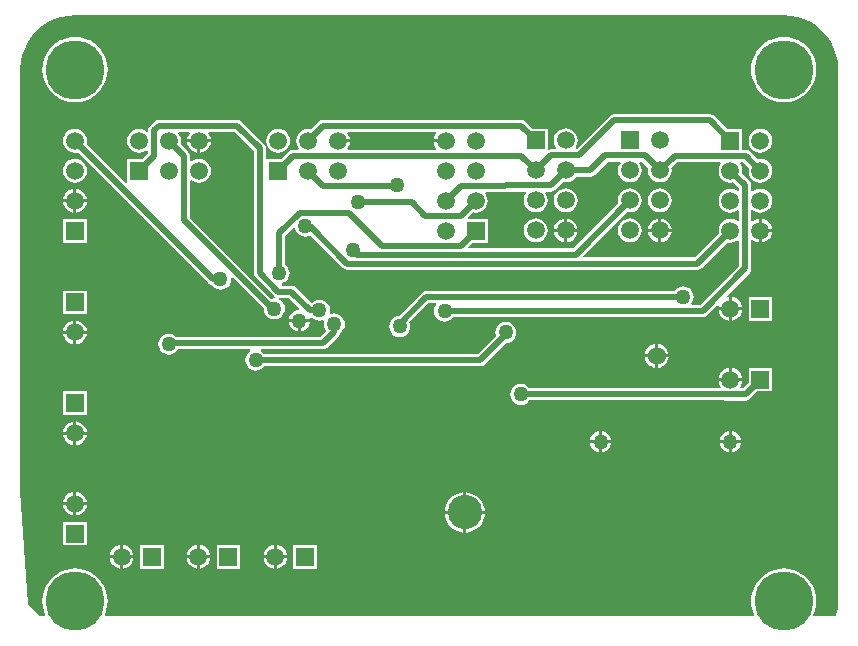
<source format=gbl>
G04 Layer_Physical_Order=2*
G04 Layer_Color=16711680*
%FSLAX24Y24*%
%MOIN*%
G70*
G01*
G75*
%ADD14C,0.0600*%
%ADD22C,0.0200*%
%ADD23R,0.0591X0.0591*%
%ADD24C,0.0591*%
%ADD25R,0.0591X0.0591*%
%ADD26C,0.1969*%
%ADD27C,0.0500*%
%ADD28C,0.1140*%
G36*
X23859Y19518D02*
X24092Y19472D01*
X24318Y19396D01*
X24531Y19290D01*
X24728Y19158D01*
X24907Y19002D01*
X25064Y18823D01*
X25196Y18625D01*
X25301Y18412D01*
X25378Y18187D01*
X25424Y17954D01*
X25439Y17723D01*
X25438Y17717D01*
Y0D01*
X25439Y-7D01*
X25424Y-237D01*
X25378Y-470D01*
X25370Y-492D01*
X24637D01*
X24609Y-451D01*
X24656Y-336D01*
X24696Y-170D01*
X24710Y0D01*
X24696Y170D01*
X24656Y336D01*
X24591Y494D01*
X24502Y639D01*
X24391Y769D01*
X24261Y880D01*
X24116Y969D01*
X23958Y1034D01*
X23792Y1074D01*
X23622Y1088D01*
X23452Y1074D01*
X23286Y1034D01*
X23128Y969D01*
X22983Y880D01*
X22853Y769D01*
X22742Y639D01*
X22653Y494D01*
X22588Y336D01*
X22548Y170D01*
X22534Y0D01*
X22548Y-170D01*
X22588Y-336D01*
X22635Y-451D01*
X22607Y-492D01*
X1015D01*
X987Y-451D01*
X1034Y-336D01*
X1074Y-170D01*
X1088Y0D01*
X1074Y170D01*
X1034Y336D01*
X969Y494D01*
X880Y639D01*
X769Y769D01*
X639Y880D01*
X494Y969D01*
X336Y1034D01*
X170Y1074D01*
X0Y1088D01*
X-170Y1074D01*
X-336Y1034D01*
X-494Y969D01*
X-639Y880D01*
X-769Y769D01*
X-880Y639D01*
X-969Y494D01*
X-1034Y336D01*
X-1074Y170D01*
X-1088Y0D01*
X-1074Y-170D01*
X-1034Y-336D01*
X-987Y-451D01*
X-1015Y-492D01*
X-1181D01*
X-1575Y-98D01*
X-1816Y3685D01*
Y17717D01*
X-1817Y17723D01*
X-1802Y17954D01*
X-1755Y18187D01*
X-1679Y18412D01*
X-1574Y18625D01*
X-1442Y18823D01*
X-1285Y19002D01*
X-1106Y19158D01*
X-909Y19290D01*
X-695Y19396D01*
X-470Y19472D01*
X-237Y19518D01*
X-7Y19533D01*
X0Y19532D01*
X23622D01*
X23629Y19533D01*
X23859Y19518D01*
D02*
G37*
%LPC*%
G36*
X22197Y5265D02*
X21900D01*
Y4969D01*
X21942Y4974D01*
X22027Y5009D01*
X22100Y5065D01*
X22156Y5138D01*
X22191Y5224D01*
X22197Y5265D01*
D02*
G37*
G36*
X21800D02*
X21504D01*
X21509Y5224D01*
X21545Y5138D01*
X21601Y5065D01*
X21674Y5009D01*
X21759Y4974D01*
X21800Y4969D01*
Y5265D01*
D02*
G37*
G36*
X-50Y5544D02*
X-392D01*
X-385Y5491D01*
X-345Y5395D01*
X-282Y5313D01*
X-199Y5249D01*
X-103Y5209D01*
X-50Y5202D01*
Y5544D01*
D02*
G37*
G36*
X17470Y5661D02*
X17428Y5656D01*
X17343Y5621D01*
X17270Y5565D01*
X17214Y5491D01*
X17179Y5406D01*
X17173Y5365D01*
X17470D01*
Y5661D01*
D02*
G37*
G36*
X392Y5544D02*
X50D01*
Y5202D01*
X103Y5209D01*
X199Y5249D01*
X282Y5313D01*
X345Y5395D01*
X385Y5491D01*
X392Y5544D01*
D02*
G37*
G36*
X-50Y3640D02*
X-103Y3633D01*
X-199Y3593D01*
X-282Y3530D01*
X-345Y3447D01*
X-385Y3351D01*
X-392Y3298D01*
X-50D01*
Y3640D01*
D02*
G37*
G36*
X13042Y3621D02*
Y3003D01*
X13660D01*
X13652Y3084D01*
X13614Y3210D01*
X13552Y3327D01*
X13468Y3429D01*
X13366Y3513D01*
X13250Y3575D01*
X13123Y3613D01*
X13042Y3621D01*
D02*
G37*
G36*
X50Y3640D02*
Y3298D01*
X392D01*
X385Y3351D01*
X345Y3447D01*
X282Y3530D01*
X199Y3593D01*
X103Y3633D01*
X50Y3640D01*
D02*
G37*
G36*
X17866Y5265D02*
X17570D01*
Y4969D01*
X17611Y4974D01*
X17696Y5009D01*
X17769Y5065D01*
X17825Y5138D01*
X17861Y5224D01*
X17866Y5265D01*
D02*
G37*
G36*
X17470D02*
X17173D01*
X17179Y5224D01*
X17214Y5138D01*
X17270Y5065D01*
X17343Y5009D01*
X17428Y4974D01*
X17470Y4969D01*
Y5265D01*
D02*
G37*
G36*
X17570Y5661D02*
Y5365D01*
X17866D01*
X17861Y5406D01*
X17825Y5491D01*
X17769Y5565D01*
X17696Y5621D01*
X17611Y5656D01*
X17570Y5661D01*
D02*
G37*
G36*
X21800Y7774D02*
X21747Y7767D01*
X21651Y7727D01*
X21568Y7664D01*
X21505Y7581D01*
X21465Y7485D01*
X21458Y7432D01*
X21800D01*
Y7774D01*
D02*
G37*
G36*
X23246Y7777D02*
X22455D01*
Y7275D01*
X22271Y7091D01*
X22188D01*
X22163Y7141D01*
X22196Y7183D01*
X22236Y7279D01*
X22243Y7332D01*
X21850D01*
Y7382D01*
D01*
Y7332D01*
X21458D01*
X21465Y7279D01*
X21505Y7183D01*
X21535Y7144D01*
X21510Y7094D01*
X15147D01*
X15112Y7139D01*
X15039Y7195D01*
X14954Y7231D01*
X14862Y7243D01*
X14771Y7231D01*
X14686Y7195D01*
X14613Y7139D01*
X14556Y7066D01*
X14521Y6981D01*
X14509Y6890D01*
X14521Y6798D01*
X14556Y6713D01*
X14613Y6640D01*
X14686Y6584D01*
X14771Y6549D01*
X14862Y6537D01*
X14954Y6549D01*
X15039Y6584D01*
X15112Y6640D01*
X15147Y6686D01*
X21629D01*
X21645Y6683D01*
X22355D01*
X22433Y6698D01*
X22499Y6742D01*
X22744Y6987D01*
X23246D01*
Y7777D01*
D02*
G37*
G36*
X21900Y7774D02*
Y7432D01*
X22243D01*
X22236Y7485D01*
X22196Y7581D01*
X22132Y7664D01*
X22050Y7727D01*
X21954Y7767D01*
X21900Y7774D01*
D02*
G37*
G36*
X19787Y8119D02*
X19440D01*
Y7772D01*
X19494Y7780D01*
X19591Y7820D01*
X19675Y7884D01*
X19739Y7968D01*
X19779Y8065D01*
X19787Y8119D01*
D02*
G37*
G36*
X19340D02*
X18993D01*
X19000Y8065D01*
X19040Y7968D01*
X19104Y7884D01*
X19188Y7820D01*
X19285Y7780D01*
X19340Y7772D01*
Y8119D01*
D02*
G37*
G36*
X21900Y5661D02*
Y5365D01*
X22197D01*
X22191Y5406D01*
X22156Y5491D01*
X22100Y5565D01*
X22027Y5621D01*
X21942Y5656D01*
X21900Y5661D01*
D02*
G37*
G36*
X21800D02*
X21759Y5656D01*
X21674Y5621D01*
X21601Y5565D01*
X21545Y5491D01*
X21509Y5406D01*
X21504Y5365D01*
X21800D01*
Y5661D01*
D02*
G37*
G36*
X-50Y5987D02*
X-103Y5980D01*
X-199Y5940D01*
X-282Y5876D01*
X-345Y5794D01*
X-385Y5698D01*
X-392Y5644D01*
X-50D01*
Y5987D01*
D02*
G37*
G36*
X395Y6990D02*
X-395D01*
Y6199D01*
X395D01*
Y6990D01*
D02*
G37*
G36*
X50Y5987D02*
Y5644D01*
X392D01*
X385Y5698D01*
X345Y5794D01*
X282Y5876D01*
X199Y5940D01*
X103Y5980D01*
X50Y5987D01*
D02*
G37*
G36*
X1951Y1426D02*
X1609D01*
Y1084D01*
X1662Y1091D01*
X1758Y1131D01*
X1841Y1194D01*
X1904Y1277D01*
X1944Y1373D01*
X1951Y1426D01*
D02*
G37*
G36*
X6627D02*
X6285D01*
X6292Y1373D01*
X6332Y1277D01*
X6395Y1194D01*
X6478Y1131D01*
X6574Y1091D01*
X6627Y1084D01*
Y1426D01*
D02*
G37*
G36*
X4510D02*
X4168D01*
Y1084D01*
X4221Y1091D01*
X4317Y1131D01*
X4400Y1194D01*
X4463Y1277D01*
X4503Y1373D01*
X4510Y1426D01*
D02*
G37*
G36*
X1509Y1868D02*
X1456Y1861D01*
X1360Y1822D01*
X1277Y1758D01*
X1214Y1676D01*
X1174Y1580D01*
X1167Y1526D01*
X1509D01*
Y1868D01*
D02*
G37*
G36*
X7069Y1426D02*
X6727D01*
Y1084D01*
X6780Y1091D01*
X6877Y1131D01*
X6959Y1194D01*
X7022Y1277D01*
X7062Y1373D01*
X7069Y1426D01*
D02*
G37*
G36*
X5513Y1872D02*
X4723D01*
Y1081D01*
X5513D01*
Y1872D01*
D02*
G37*
G36*
X2954D02*
X2164D01*
Y1081D01*
X2954D01*
Y1872D01*
D02*
G37*
G36*
X8072D02*
X7282D01*
Y1081D01*
X8072D01*
Y1872D01*
D02*
G37*
G36*
X4068Y1426D02*
X3726D01*
X3733Y1373D01*
X3773Y1277D01*
X3836Y1194D01*
X3919Y1131D01*
X4015Y1091D01*
X4068Y1084D01*
Y1426D01*
D02*
G37*
G36*
X1509D02*
X1167D01*
X1174Y1373D01*
X1214Y1277D01*
X1277Y1194D01*
X1360Y1131D01*
X1456Y1091D01*
X1509Y1084D01*
Y1426D01*
D02*
G37*
G36*
X4068Y1868D02*
X4015Y1861D01*
X3919Y1822D01*
X3836Y1758D01*
X3773Y1676D01*
X3733Y1580D01*
X3726Y1526D01*
X4068D01*
Y1868D01*
D02*
G37*
G36*
X13660Y2903D02*
X13042D01*
Y2284D01*
X13123Y2292D01*
X13250Y2331D01*
X13366Y2393D01*
X13468Y2477D01*
X13552Y2579D01*
X13614Y2695D01*
X13652Y2821D01*
X13660Y2903D01*
D02*
G37*
G36*
X12942D02*
X12324D01*
X12332Y2821D01*
X12370Y2695D01*
X12432Y2579D01*
X12516Y2477D01*
X12618Y2393D01*
X12734Y2331D01*
X12861Y2292D01*
X12942Y2284D01*
Y2903D01*
D02*
G37*
G36*
X-50Y3198D02*
X-392D01*
X-385Y3145D01*
X-345Y3049D01*
X-282Y2966D01*
X-199Y2903D01*
X-103Y2863D01*
X-50Y2856D01*
Y3198D01*
D02*
G37*
G36*
X12942Y3621D02*
X12861Y3613D01*
X12734Y3575D01*
X12618Y3513D01*
X12516Y3429D01*
X12432Y3327D01*
X12370Y3210D01*
X12332Y3084D01*
X12324Y3003D01*
X12942D01*
Y3621D01*
D02*
G37*
G36*
X392Y3198D02*
X50D01*
Y2856D01*
X103Y2863D01*
X199Y2903D01*
X282Y2966D01*
X345Y3049D01*
X385Y3145D01*
X392Y3198D01*
D02*
G37*
G36*
X1609Y1868D02*
Y1526D01*
X1951D01*
X1944Y1580D01*
X1904Y1676D01*
X1841Y1758D01*
X1758Y1822D01*
X1662Y1861D01*
X1609Y1868D01*
D02*
G37*
G36*
X6627D02*
X6574Y1861D01*
X6478Y1822D01*
X6395Y1758D01*
X6332Y1676D01*
X6292Y1580D01*
X6285Y1526D01*
X6627D01*
Y1868D01*
D02*
G37*
G36*
X4168D02*
Y1526D01*
X4510D01*
X4503Y1580D01*
X4463Y1676D01*
X4400Y1758D01*
X4317Y1822D01*
X4221Y1861D01*
X4168Y1868D01*
D02*
G37*
G36*
X395Y2643D02*
X-395D01*
Y1853D01*
X395D01*
Y2643D01*
D02*
G37*
G36*
X6727Y1868D02*
Y1526D01*
X7069D01*
X7062Y1580D01*
X7022Y1676D01*
X6959Y1758D01*
X6877Y1822D01*
X6780Y1861D01*
X6727Y1868D01*
D02*
G37*
G36*
X19340Y8566D02*
X19285Y8559D01*
X19188Y8519D01*
X19104Y8455D01*
X19040Y8371D01*
X19000Y8274D01*
X18993Y8219D01*
X19340D01*
Y8566D01*
D02*
G37*
G36*
X392Y13294D02*
X50D01*
Y12952D01*
X103Y12959D01*
X199Y12999D01*
X282Y13063D01*
X345Y13145D01*
X385Y13241D01*
X392Y13294D01*
D02*
G37*
G36*
X-50Y13737D02*
X-103Y13730D01*
X-199Y13690D01*
X-282Y13626D01*
X-345Y13544D01*
X-385Y13448D01*
X-392Y13394D01*
X-50D01*
Y13737D01*
D02*
G37*
G36*
X50D02*
Y13394D01*
X392D01*
X385Y13448D01*
X345Y13544D01*
X282Y13626D01*
X199Y13690D01*
X103Y13730D01*
X50Y13737D01*
D02*
G37*
G36*
X23242Y12300D02*
X22900D01*
Y11958D01*
X22954Y11965D01*
X23050Y12005D01*
X23132Y12068D01*
X23196Y12151D01*
X23235Y12247D01*
X23242Y12300D01*
D02*
G37*
G36*
X22900Y12742D02*
Y12400D01*
X23242D01*
X23235Y12454D01*
X23196Y12550D01*
X23132Y12632D01*
X23050Y12696D01*
X22954Y12735D01*
X22900Y12742D01*
D02*
G37*
G36*
X-50Y13294D02*
X-392D01*
X-385Y13241D01*
X-345Y13145D01*
X-282Y13063D01*
X-199Y12999D01*
X-103Y12959D01*
X-50Y12952D01*
Y13294D01*
D02*
G37*
G36*
X21175Y16230D02*
X17966D01*
X17888Y16214D01*
X17822Y16170D01*
X16737Y15085D01*
X16715Y15088D01*
X16694Y15142D01*
X16704Y15155D01*
X16743Y15251D01*
X16757Y15354D01*
X16743Y15458D01*
X16704Y15554D01*
X16640Y15636D01*
X16558Y15700D01*
X16461Y15739D01*
X16358Y15753D01*
X16255Y15739D01*
X16159Y15700D01*
X16076Y15636D01*
X16013Y15554D01*
X15973Y15458D01*
X15960Y15354D01*
X15973Y15251D01*
X16013Y15155D01*
X16048Y15110D01*
X16023Y15060D01*
X15860D01*
X15804Y15049D01*
X15754Y15081D01*
Y15750D01*
X15251D01*
X15011Y15990D01*
X14945Y16034D01*
X14867Y16050D01*
X8271D01*
X8193Y16034D01*
X8127Y15990D01*
X7867Y15730D01*
X7770Y15743D01*
X7666Y15730D01*
X7570Y15690D01*
X7488Y15626D01*
X7424Y15544D01*
X7385Y15448D01*
X7371Y15344D01*
X7385Y15241D01*
X7424Y15145D01*
X7459Y15100D01*
X7435Y15050D01*
X7271D01*
X7193Y15034D01*
X7127Y14990D01*
X6877Y14740D01*
X6374D01*
X6368Y14787D01*
Y15086D01*
X6352Y15164D01*
X6308Y15230D01*
X5554Y15984D01*
X5488Y16028D01*
X5410Y16044D01*
X2793D01*
X2714Y16028D01*
X2648Y15984D01*
X2494Y15830D01*
X2450Y15764D01*
X2435Y15686D01*
Y15675D01*
X2385Y15650D01*
X2333Y15690D01*
X2237Y15730D01*
X2134Y15743D01*
X2031Y15730D01*
X1935Y15690D01*
X1852Y15626D01*
X1789Y15544D01*
X1749Y15448D01*
X1735Y15344D01*
X1749Y15241D01*
X1789Y15145D01*
X1852Y15063D01*
X1935Y14999D01*
X2031Y14959D01*
X2134Y14946D01*
X2237Y14959D01*
X2333Y14999D01*
X2385Y15039D01*
X2435Y15014D01*
Y14934D01*
X2241Y14740D01*
X1739D01*
Y13996D01*
X1739Y13965D01*
X1692Y13941D01*
X386Y15247D01*
X399Y15344D01*
X385Y15448D01*
X345Y15544D01*
X282Y15626D01*
X199Y15690D01*
X103Y15730D01*
X-0Y15743D01*
X-103Y15730D01*
X-199Y15690D01*
X-282Y15626D01*
X-345Y15544D01*
X-385Y15448D01*
X-399Y15344D01*
X-385Y15241D01*
X-345Y15145D01*
X-282Y15063D01*
X-199Y14999D01*
X-103Y14959D01*
X-0Y14946D01*
X97Y14959D01*
X4472Y10584D01*
X4538Y10540D01*
X4557Y10536D01*
X4601Y10479D01*
X4675Y10423D01*
X4760Y10387D01*
X4851Y10375D01*
X4942Y10387D01*
X5028Y10423D01*
X5101Y10479D01*
X5157Y10552D01*
X5192Y10637D01*
X5204Y10728D01*
X5197Y10783D01*
X5244Y10806D01*
X6292Y9758D01*
X6291Y9744D01*
X6303Y9653D01*
X6338Y9568D01*
X6394Y9494D01*
X6467Y9438D01*
X6552Y9403D01*
X6644Y9391D01*
X6735Y9403D01*
X6820Y9438D01*
X6893Y9494D01*
X6949Y9568D01*
X6985Y9653D01*
X6997Y9744D01*
X6985Y9835D01*
X6949Y9921D01*
X6893Y9994D01*
X6820Y10050D01*
X6795Y10060D01*
X6805Y10110D01*
X7124D01*
X7484Y9750D01*
X7462Y9701D01*
X7389Y9691D01*
X7304Y9656D01*
X7231Y9600D01*
X7175Y9527D01*
X7139Y9442D01*
X7134Y9400D01*
X7827D01*
X7826Y9408D01*
X7865Y9456D01*
X7868Y9457D01*
X7891Y9457D01*
X7900Y9446D01*
X7973Y9390D01*
X8058Y9355D01*
X8150Y9343D01*
X8241Y9355D01*
X8266Y9365D01*
X8304Y9327D01*
X8292Y9236D01*
X8304Y9144D01*
X8339Y9059D01*
X8384Y9001D01*
X8183Y8800D01*
X3393D01*
X3383Y8813D01*
X3310Y8869D01*
X3225Y8904D01*
X3134Y8916D01*
X3042Y8904D01*
X2957Y8869D01*
X2884Y8813D01*
X2828Y8740D01*
X2793Y8654D01*
X2781Y8563D01*
X2793Y8472D01*
X2828Y8386D01*
X2884Y8313D01*
X2957Y8257D01*
X3042Y8222D01*
X3134Y8210D01*
X3225Y8222D01*
X3310Y8257D01*
X3383Y8313D01*
X3440Y8386D01*
X3442Y8392D01*
X5841D01*
X5851Y8342D01*
X5850Y8342D01*
X5777Y8285D01*
X5721Y8212D01*
X5685Y8127D01*
X5673Y8036D01*
X5685Y7944D01*
X5721Y7859D01*
X5777Y7786D01*
X5850Y7730D01*
X5935Y7695D01*
X6026Y7683D01*
X6118Y7695D01*
X6203Y7730D01*
X6276Y7786D01*
X6311Y7832D01*
X13508D01*
X13586Y7847D01*
X13652Y7892D01*
X14365Y8604D01*
X14365Y8604D01*
X14457Y8616D01*
X14542Y8651D01*
X14615Y8707D01*
X14671Y8780D01*
X14706Y8865D01*
X14718Y8957D01*
X14706Y9048D01*
X14671Y9133D01*
X14615Y9206D01*
X14542Y9262D01*
X14457Y9298D01*
X14365Y9310D01*
X14274Y9298D01*
X14189Y9262D01*
X14116Y9206D01*
X14059Y9133D01*
X14024Y9048D01*
X14012Y8957D01*
X14024Y8865D01*
X14032Y8848D01*
X13424Y8240D01*
X6311D01*
X6276Y8285D01*
X6203Y8342D01*
X6202Y8342D01*
X6212Y8392D01*
X8268D01*
X8346Y8407D01*
X8412Y8452D01*
X8789Y8829D01*
X8833Y8895D01*
X8844Y8947D01*
X8895Y8986D01*
X8951Y9059D01*
X8986Y9144D01*
X8998Y9236D01*
X8986Y9327D01*
X8951Y9412D01*
X8895Y9485D01*
X8822Y9541D01*
X8736Y9577D01*
X8645Y9589D01*
X8554Y9577D01*
X8529Y9566D01*
X8491Y9604D01*
X8503Y9696D01*
X8491Y9787D01*
X8455Y9872D01*
X8399Y9945D01*
X8326Y10002D01*
X8241Y10037D01*
X8150Y10049D01*
X8058Y10037D01*
X7973Y10002D01*
X7900Y9945D01*
X7868Y9943D01*
X7353Y10458D01*
X7286Y10503D01*
X7208Y10518D01*
X6899D01*
X6888Y10532D01*
X6892Y10555D01*
X6908Y10589D01*
X6983Y10619D01*
X7056Y10676D01*
X7112Y10749D01*
X7147Y10834D01*
X7159Y10925D01*
X7147Y11017D01*
X7112Y11102D01*
X7056Y11175D01*
X7010Y11210D01*
Y12181D01*
X7285Y12456D01*
X7332Y12439D01*
X7336Y12409D01*
X7371Y12323D01*
X7427Y12250D01*
X7501Y12194D01*
X7586Y12159D01*
X7677Y12147D01*
X7768Y12159D01*
X7846Y12191D01*
X8932Y11105D01*
X8998Y11061D01*
X9076Y11045D01*
X20749D01*
X20827Y11061D01*
X20893Y11105D01*
X21753Y11965D01*
X21850Y11952D01*
X21954Y11965D01*
X22050Y12005D01*
X22092Y12038D01*
X22142Y12013D01*
Y11170D01*
X20841Y9869D01*
X20574D01*
X20549Y9919D01*
X20581Y9961D01*
X20617Y10046D01*
X20629Y10138D01*
X20617Y10229D01*
X20581Y10314D01*
X20525Y10387D01*
X20452Y10444D01*
X20367Y10479D01*
X20276Y10491D01*
X20184Y10479D01*
X20099Y10444D01*
X20026Y10387D01*
X19991Y10342D01*
X11713D01*
X11713Y10342D01*
X11635Y10326D01*
X11568Y10282D01*
X11568Y10282D01*
X10788Y9501D01*
X10735Y9495D01*
X10650Y9459D01*
X10577Y9403D01*
X10521Y9330D01*
X10486Y9245D01*
X10474Y9154D01*
X10486Y9062D01*
X10521Y8977D01*
X10577Y8904D01*
X10650Y8848D01*
X10735Y8813D01*
X10827Y8801D01*
X10918Y8813D01*
X11003Y8848D01*
X11076Y8904D01*
X11132Y8977D01*
X11168Y9062D01*
X11180Y9154D01*
X11168Y9245D01*
X11150Y9287D01*
X11797Y9934D01*
X12025D01*
X12049Y9884D01*
X12017Y9842D01*
X11982Y9757D01*
X11970Y9665D01*
X11982Y9574D01*
X12017Y9489D01*
X12073Y9416D01*
X12146Y9360D01*
X12231Y9324D01*
X12323Y9312D01*
X12414Y9324D01*
X12499Y9360D01*
X12572Y9416D01*
X12608Y9461D01*
X20926D01*
X21004Y9477D01*
X21070Y9521D01*
X21422Y9873D01*
X21462Y9849D01*
X21465Y9845D01*
X21458Y9794D01*
X21800D01*
Y10136D01*
X21749Y10129D01*
X21745Y10132D01*
X21722Y10173D01*
X22490Y10942D01*
X22535Y11008D01*
X22550Y11086D01*
Y12019D01*
X22600Y12044D01*
X22651Y12005D01*
X22747Y11965D01*
X22800Y11958D01*
Y12350D01*
Y12742D01*
X22747Y12735D01*
X22651Y12696D01*
X22600Y12657D01*
X22550Y12681D01*
Y13019D01*
X22600Y13044D01*
X22651Y13005D01*
X22747Y12965D01*
X22850Y12952D01*
X22954Y12965D01*
X23050Y13005D01*
X23132Y13068D01*
X23196Y13151D01*
X23235Y13247D01*
X23249Y13350D01*
X23235Y13454D01*
X23196Y13550D01*
X23132Y13632D01*
X23050Y13696D01*
X22954Y13735D01*
X22850Y13749D01*
X22747Y13735D01*
X22651Y13696D01*
X22600Y13657D01*
X22550Y13681D01*
Y13854D01*
X22550Y13854D01*
X22535Y13933D01*
X22490Y13999D01*
X22490Y13999D01*
X22236Y14253D01*
X22249Y14350D01*
X22236Y14454D01*
X22196Y14550D01*
X22163Y14592D01*
X22188Y14642D01*
X22270D01*
X22465Y14448D01*
X22452Y14350D01*
X22465Y14247D01*
X22505Y14151D01*
X22568Y14068D01*
X22651Y14005D01*
X22747Y13965D01*
X22850Y13952D01*
X22954Y13965D01*
X23050Y14005D01*
X23132Y14068D01*
X23196Y14151D01*
X23235Y14247D01*
X23249Y14350D01*
X23235Y14454D01*
X23196Y14550D01*
X23132Y14632D01*
X23050Y14696D01*
X22954Y14735D01*
X22850Y14749D01*
X22753Y14736D01*
X22499Y14990D01*
X22433Y15034D01*
X22355Y15050D01*
X22246D01*
Y15746D01*
X21744D01*
X21319Y16170D01*
X21253Y16214D01*
X21175Y16230D01*
D02*
G37*
G36*
X0Y18804D02*
X-170Y18791D01*
X-336Y18751D01*
X-494Y18686D01*
X-639Y18596D01*
X-769Y18486D01*
X-880Y18356D01*
X-969Y18210D01*
X-1034Y18053D01*
X-1074Y17887D01*
X-1088Y17717D01*
X-1074Y17546D01*
X-1034Y17380D01*
X-969Y17223D01*
X-880Y17077D01*
X-769Y16947D01*
X-639Y16837D01*
X-494Y16747D01*
X-336Y16682D01*
X-170Y16642D01*
X0Y16629D01*
X170Y16642D01*
X336Y16682D01*
X494Y16747D01*
X639Y16837D01*
X769Y16947D01*
X880Y17077D01*
X969Y17223D01*
X1034Y17380D01*
X1074Y17546D01*
X1088Y17717D01*
X1074Y17887D01*
X1034Y18053D01*
X969Y18210D01*
X880Y18356D01*
X769Y18486D01*
X639Y18596D01*
X494Y18686D01*
X336Y18751D01*
X170Y18791D01*
X0Y18804D01*
D02*
G37*
G36*
X23622D02*
X23452Y18791D01*
X23286Y18751D01*
X23128Y18686D01*
X22983Y18596D01*
X22853Y18486D01*
X22742Y18356D01*
X22653Y18210D01*
X22588Y18053D01*
X22548Y17887D01*
X22534Y17717D01*
X22548Y17546D01*
X22588Y17380D01*
X22653Y17223D01*
X22742Y17077D01*
X22853Y16947D01*
X22983Y16837D01*
X23128Y16747D01*
X23286Y16682D01*
X23452Y16642D01*
X23622Y16629D01*
X23792Y16642D01*
X23958Y16682D01*
X24116Y16747D01*
X24261Y16837D01*
X24391Y16947D01*
X24502Y17077D01*
X24591Y17223D01*
X24656Y17380D01*
X24696Y17546D01*
X24710Y17717D01*
X24696Y17887D01*
X24656Y18053D01*
X24591Y18210D01*
X24502Y18356D01*
X24391Y18486D01*
X24261Y18596D01*
X24116Y18686D01*
X23958Y18751D01*
X23792Y18791D01*
X23622Y18804D01*
D02*
G37*
G36*
X-0Y14743D02*
X-103Y14730D01*
X-199Y14690D01*
X-282Y14626D01*
X-345Y14544D01*
X-385Y14448D01*
X-399Y14344D01*
X-385Y14241D01*
X-345Y14145D01*
X-282Y14063D01*
X-199Y13999D01*
X-103Y13959D01*
X-0Y13946D01*
X103Y13959D01*
X199Y13999D01*
X282Y14063D01*
X345Y14145D01*
X385Y14241D01*
X399Y14344D01*
X385Y14448D01*
X345Y14544D01*
X282Y14626D01*
X199Y14690D01*
X103Y14730D01*
X-0Y14743D01*
D02*
G37*
G36*
X6770Y15743D02*
X6666Y15730D01*
X6570Y15690D01*
X6488Y15626D01*
X6424Y15544D01*
X6385Y15448D01*
X6371Y15344D01*
X6385Y15241D01*
X6424Y15145D01*
X6488Y15063D01*
X6570Y14999D01*
X6666Y14959D01*
X6770Y14946D01*
X6873Y14959D01*
X6969Y14999D01*
X7052Y15063D01*
X7115Y15145D01*
X7155Y15241D01*
X7168Y15344D01*
X7155Y15448D01*
X7115Y15544D01*
X7052Y15626D01*
X6969Y15690D01*
X6873Y15730D01*
X6770Y15743D01*
D02*
G37*
G36*
X22850Y15749D02*
X22747Y15735D01*
X22651Y15696D01*
X22568Y15632D01*
X22505Y15550D01*
X22465Y15454D01*
X22452Y15350D01*
X22465Y15247D01*
X22505Y15151D01*
X22568Y15068D01*
X22651Y15005D01*
X22747Y14965D01*
X22850Y14952D01*
X22954Y14965D01*
X23050Y15005D01*
X23132Y15068D01*
X23196Y15151D01*
X23235Y15247D01*
X23249Y15350D01*
X23235Y15454D01*
X23196Y15550D01*
X23132Y15632D01*
X23050Y15696D01*
X22954Y15735D01*
X22850Y15749D01*
D02*
G37*
G36*
X395Y12740D02*
X-395D01*
Y11949D01*
X395D01*
Y12740D01*
D02*
G37*
G36*
X7430Y9300D02*
X7134D01*
X7139Y9259D01*
X7175Y9174D01*
X7231Y9101D01*
X7304Y9045D01*
X7389Y9009D01*
X7430Y9004D01*
Y9300D01*
D02*
G37*
G36*
X50Y9349D02*
Y9007D01*
X392D01*
X385Y9060D01*
X345Y9156D01*
X282Y9239D01*
X199Y9302D01*
X103Y9342D01*
X50Y9349D01*
D02*
G37*
G36*
X395Y10352D02*
X-395D01*
Y9561D01*
X395D01*
Y10352D01*
D02*
G37*
G36*
X7827Y9300D02*
X7530D01*
Y9004D01*
X7572Y9009D01*
X7657Y9045D01*
X7730Y9101D01*
X7786Y9174D01*
X7821Y9259D01*
X7827Y9300D01*
D02*
G37*
G36*
X-50Y9349D02*
X-103Y9342D01*
X-199Y9302D01*
X-282Y9239D01*
X-345Y9156D01*
X-385Y9060D01*
X-392Y9007D01*
X-50D01*
Y9349D01*
D02*
G37*
G36*
X21800Y9694D02*
X21458D01*
X21465Y9641D01*
X21505Y9545D01*
X21568Y9462D01*
X21651Y9399D01*
X21747Y9359D01*
X21800Y9352D01*
Y9694D01*
D02*
G37*
G36*
X22243D02*
X21900D01*
Y9352D01*
X21954Y9359D01*
X22050Y9399D01*
X22132Y9462D01*
X22196Y9545D01*
X22236Y9641D01*
X22243Y9694D01*
D02*
G37*
G36*
X-50Y8907D02*
X-392D01*
X-385Y8853D01*
X-345Y8757D01*
X-282Y8675D01*
X-199Y8611D01*
X-103Y8572D01*
X-50Y8565D01*
Y8907D01*
D02*
G37*
G36*
X21900Y10136D02*
Y9794D01*
X22243D01*
X22236Y9847D01*
X22196Y9943D01*
X22132Y10026D01*
X22050Y10089D01*
X21954Y10129D01*
X21900Y10136D01*
D02*
G37*
G36*
X392Y8907D02*
X50D01*
Y8565D01*
X103Y8572D01*
X199Y8611D01*
X282Y8675D01*
X345Y8757D01*
X385Y8853D01*
X392Y8907D01*
D02*
G37*
G36*
X23246Y10139D02*
X22455D01*
Y9349D01*
X23246D01*
Y10139D01*
D02*
G37*
G36*
X19440Y8566D02*
Y8219D01*
X19787D01*
X19779Y8274D01*
X19739Y8371D01*
X19675Y8455D01*
X19591Y8519D01*
X19494Y8559D01*
X19440Y8566D01*
D02*
G37*
%LPD*%
G36*
X12048Y15592D02*
X12011Y15544D01*
X11971Y15448D01*
X11964Y15394D01*
X12356D01*
Y15294D01*
X11964D01*
X11971Y15241D01*
X12011Y15145D01*
X12046Y15100D01*
X12021Y15050D01*
X9105D01*
X9080Y15100D01*
X9115Y15145D01*
X9155Y15241D01*
X9162Y15294D01*
X8770D01*
Y15394D01*
X9162D01*
X9155Y15448D01*
X9115Y15544D01*
X9078Y15592D01*
X9103Y15642D01*
X12023D01*
X12048Y15592D01*
D02*
G37*
G36*
X5960Y15001D02*
Y10931D01*
X5976Y10853D01*
X6020Y10787D01*
X6637Y10170D01*
X6677Y10143D01*
X6659Y10095D01*
X6644Y10097D01*
X6552Y10085D01*
X6545Y10082D01*
X3842Y12784D01*
Y14007D01*
X3893Y14031D01*
X3935Y13999D01*
X4031Y13959D01*
X4134Y13946D01*
X4237Y13959D01*
X4333Y13999D01*
X4416Y14063D01*
X4479Y14145D01*
X4519Y14241D01*
X4533Y14344D01*
X4519Y14448D01*
X4479Y14544D01*
X4416Y14626D01*
X4333Y14690D01*
X4237Y14730D01*
X4134Y14743D01*
X4031Y14730D01*
X3935Y14690D01*
X3893Y14658D01*
X3842Y14682D01*
Y14840D01*
X3827Y14918D01*
X3783Y14984D01*
X3520Y15247D01*
X3533Y15344D01*
X3519Y15448D01*
X3479Y15544D01*
X3447Y15586D01*
X3472Y15636D01*
X3796D01*
X3821Y15586D01*
X3789Y15544D01*
X3749Y15448D01*
X3742Y15394D01*
X4526D01*
X4519Y15448D01*
X4479Y15544D01*
X4447Y15586D01*
X4472Y15636D01*
X5326D01*
X5960Y15001D01*
D02*
G37*
G36*
X19112Y14452D02*
X19099Y14354D01*
X19113Y14251D01*
X19153Y14155D01*
X19216Y14072D01*
X19299Y14009D01*
X19395Y13969D01*
X19498Y13956D01*
X19601Y13969D01*
X19697Y14009D01*
X19780Y14072D01*
X19843Y14155D01*
X19883Y14251D01*
X19897Y14354D01*
X19884Y14452D01*
X20074Y14642D01*
X21513D01*
X21537Y14592D01*
X21505Y14550D01*
X21465Y14454D01*
X21452Y14350D01*
X21465Y14247D01*
X21505Y14151D01*
X21568Y14068D01*
X21651Y14005D01*
X21747Y13965D01*
X21850Y13952D01*
X21948Y13965D01*
X22142Y13770D01*
Y13688D01*
X22092Y13663D01*
X22050Y13696D01*
X21954Y13735D01*
X21850Y13749D01*
X21747Y13735D01*
X21651Y13696D01*
X21568Y13632D01*
X21505Y13550D01*
X21465Y13454D01*
X21452Y13350D01*
X21465Y13247D01*
X21505Y13151D01*
X21568Y13068D01*
X21651Y13005D01*
X21747Y12965D01*
X21850Y12952D01*
X21954Y12965D01*
X22050Y13005D01*
X22092Y13038D01*
X22142Y13013D01*
Y12688D01*
X22092Y12663D01*
X22050Y12696D01*
X21954Y12735D01*
X21850Y12749D01*
X21747Y12735D01*
X21651Y12696D01*
X21568Y12632D01*
X21505Y12550D01*
X21465Y12454D01*
X21452Y12350D01*
X21465Y12253D01*
X20665Y11453D01*
X16951D01*
X16931Y11499D01*
X18401Y12968D01*
X18498Y12956D01*
X18601Y12969D01*
X18697Y13009D01*
X18780Y13072D01*
X18843Y13155D01*
X18883Y13251D01*
X18897Y13354D01*
X18883Y13458D01*
X18843Y13554D01*
X18780Y13636D01*
X18697Y13700D01*
X18601Y13739D01*
X18498Y13753D01*
X18395Y13739D01*
X18299Y13700D01*
X18216Y13636D01*
X18153Y13554D01*
X18113Y13458D01*
X18099Y13354D01*
X18112Y13257D01*
X16608Y11753D01*
X13119D01*
X13100Y11799D01*
X13249Y11949D01*
X13752D01*
Y12740D01*
X13105D01*
X13086Y12786D01*
X13259Y12959D01*
X13356Y12946D01*
X13459Y12959D01*
X13556Y12999D01*
X13638Y13063D01*
X13702Y13145D01*
X13741Y13241D01*
X13755Y13344D01*
X13741Y13448D01*
X13702Y13544D01*
X13665Y13592D01*
X13689Y13642D01*
X14346D01*
X14397Y13652D01*
X15025D01*
X15050Y13602D01*
X15013Y13554D01*
X14973Y13458D01*
X14960Y13354D01*
X14973Y13251D01*
X15013Y13155D01*
X15076Y13072D01*
X15159Y13009D01*
X15255Y12969D01*
X15358Y12956D01*
X15461Y12969D01*
X15558Y13009D01*
X15640Y13072D01*
X15704Y13155D01*
X15743Y13251D01*
X15757Y13354D01*
X15743Y13458D01*
X15704Y13554D01*
X15667Y13602D01*
X15691Y13652D01*
X15860D01*
X15938Y13667D01*
X16004Y13712D01*
X16261Y13968D01*
X16358Y13956D01*
X16461Y13969D01*
X16558Y14009D01*
X16640Y14072D01*
X16700Y14150D01*
X17176D01*
X17254Y14166D01*
X17320Y14210D01*
X17762Y14652D01*
X18165D01*
X18190Y14602D01*
X18153Y14554D01*
X18113Y14458D01*
X18099Y14354D01*
X18113Y14251D01*
X18153Y14155D01*
X18216Y14072D01*
X18299Y14009D01*
X18395Y13969D01*
X18498Y13956D01*
X18601Y13969D01*
X18697Y14009D01*
X18780Y14072D01*
X18843Y14155D01*
X18883Y14251D01*
X18897Y14354D01*
X18883Y14458D01*
X18843Y14554D01*
X18806Y14602D01*
X18831Y14652D01*
X18912D01*
X19112Y14452D01*
D02*
G37*
%LPC*%
G36*
X4526Y15294D02*
X4184D01*
Y14952D01*
X4237Y14959D01*
X4333Y14999D01*
X4416Y15063D01*
X4479Y15145D01*
X4519Y15241D01*
X4526Y15294D01*
D02*
G37*
G36*
X4084D02*
X3742D01*
X3749Y15241D01*
X3789Y15145D01*
X3852Y15063D01*
X3935Y14999D01*
X4031Y14959D01*
X4084Y14952D01*
Y15294D01*
D02*
G37*
G36*
X19448Y12304D02*
X19106D01*
X19113Y12251D01*
X19153Y12155D01*
X19216Y12072D01*
X19299Y12009D01*
X19395Y11969D01*
X19448Y11962D01*
Y12304D01*
D02*
G37*
G36*
X16750D02*
X16408D01*
Y11962D01*
X16461Y11969D01*
X16558Y12009D01*
X16640Y12072D01*
X16704Y12155D01*
X16743Y12251D01*
X16750Y12304D01*
D02*
G37*
G36*
X19890D02*
X19548D01*
Y11962D01*
X19601Y11969D01*
X19697Y12009D01*
X19780Y12072D01*
X19843Y12155D01*
X19883Y12251D01*
X19890Y12304D01*
D02*
G37*
G36*
X15358Y12753D02*
X15255Y12739D01*
X15159Y12700D01*
X15076Y12636D01*
X15013Y12554D01*
X14973Y12458D01*
X14960Y12354D01*
X14973Y12251D01*
X15013Y12155D01*
X15076Y12072D01*
X15159Y12009D01*
X15255Y11969D01*
X15358Y11956D01*
X15461Y11969D01*
X15558Y12009D01*
X15640Y12072D01*
X15704Y12155D01*
X15743Y12251D01*
X15757Y12354D01*
X15743Y12458D01*
X15704Y12554D01*
X15640Y12636D01*
X15558Y12700D01*
X15461Y12739D01*
X15358Y12753D01*
D02*
G37*
G36*
X18498D02*
X18395Y12739D01*
X18299Y12700D01*
X18216Y12636D01*
X18153Y12554D01*
X18113Y12458D01*
X18099Y12354D01*
X18113Y12251D01*
X18153Y12155D01*
X18216Y12072D01*
X18299Y12009D01*
X18395Y11969D01*
X18498Y11956D01*
X18601Y11969D01*
X18697Y12009D01*
X18780Y12072D01*
X18843Y12155D01*
X18883Y12251D01*
X18897Y12354D01*
X18883Y12458D01*
X18843Y12554D01*
X18780Y12636D01*
X18697Y12700D01*
X18601Y12739D01*
X18498Y12753D01*
D02*
G37*
G36*
X16308Y12304D02*
X15966D01*
X15973Y12251D01*
X16013Y12155D01*
X16076Y12072D01*
X16159Y12009D01*
X16255Y11969D01*
X16308Y11962D01*
Y12304D01*
D02*
G37*
G36*
X19548Y12746D02*
Y12404D01*
X19890D01*
X19883Y12458D01*
X19843Y12554D01*
X19780Y12636D01*
X19697Y12700D01*
X19601Y12739D01*
X19548Y12746D01*
D02*
G37*
G36*
X16358Y13753D02*
X16255Y13739D01*
X16159Y13700D01*
X16076Y13636D01*
X16013Y13554D01*
X15973Y13458D01*
X15960Y13354D01*
X15973Y13251D01*
X16013Y13155D01*
X16076Y13072D01*
X16159Y13009D01*
X16255Y12969D01*
X16358Y12956D01*
X16461Y12969D01*
X16558Y13009D01*
X16640Y13072D01*
X16704Y13155D01*
X16743Y13251D01*
X16757Y13354D01*
X16743Y13458D01*
X16704Y13554D01*
X16640Y13636D01*
X16558Y13700D01*
X16461Y13739D01*
X16358Y13753D01*
D02*
G37*
G36*
X19498D02*
X19395Y13739D01*
X19299Y13700D01*
X19216Y13636D01*
X19153Y13554D01*
X19113Y13458D01*
X19099Y13354D01*
X19113Y13251D01*
X19153Y13155D01*
X19216Y13072D01*
X19299Y13009D01*
X19395Y12969D01*
X19498Y12956D01*
X19601Y12969D01*
X19697Y13009D01*
X19780Y13072D01*
X19843Y13155D01*
X19883Y13251D01*
X19897Y13354D01*
X19883Y13458D01*
X19843Y13554D01*
X19780Y13636D01*
X19697Y13700D01*
X19601Y13739D01*
X19498Y13753D01*
D02*
G37*
G36*
X16308Y12746D02*
X16255Y12739D01*
X16159Y12700D01*
X16076Y12636D01*
X16013Y12554D01*
X15973Y12458D01*
X15966Y12404D01*
X16308D01*
Y12746D01*
D02*
G37*
G36*
X19448D02*
X19395Y12739D01*
X19299Y12700D01*
X19216Y12636D01*
X19153Y12554D01*
X19113Y12458D01*
X19106Y12404D01*
X19448D01*
Y12746D01*
D02*
G37*
G36*
X16408D02*
Y12404D01*
X16750D01*
X16743Y12458D01*
X16704Y12554D01*
X16640Y12636D01*
X16558Y12700D01*
X16461Y12739D01*
X16408Y12746D01*
D02*
G37*
%LPD*%
D14*
X19390Y8169D02*
D03*
D22*
X14862Y6890D02*
X21642D01*
X21645Y6887D01*
X22355D01*
X22850Y7382D01*
X5410Y15840D02*
X6164Y15086D01*
X2793Y15840D02*
X5410D01*
X2639Y15686D02*
X2793Y15840D01*
X2639Y14849D02*
Y15686D01*
X2134Y14344D02*
X2639Y14849D01*
X22346Y11086D02*
Y13854D01*
X21850Y14350D02*
X22346Y13854D01*
X12861Y11849D02*
X13356Y12344D01*
X16693Y11549D02*
X18498Y13354D01*
X16358Y14354D02*
X17176D01*
X17678Y14856D01*
X18997D01*
X19498Y14354D01*
X3134Y15344D02*
X3639Y14840D01*
X21175Y16026D02*
X21850Y15350D01*
X17966Y16026D02*
X21175D01*
X16796Y14856D02*
X17966Y16026D01*
X15860Y14856D02*
X16796D01*
X15358Y14354D02*
X15860Y14856D01*
Y13856D02*
X16358Y14354D01*
X14356Y13856D02*
X15860D01*
X14346Y13846D02*
X14356Y13856D01*
X12858Y13846D02*
X14346D01*
X12356Y13344D02*
X12858Y13846D01*
X7770Y15344D02*
X8271Y15846D01*
X14867D01*
X15358Y15354D01*
X22355Y14846D02*
X22850Y14350D01*
X19990Y14846D02*
X22355D01*
X19498Y14354D02*
X19990Y14846D01*
X14867D02*
X15358Y14354D01*
X7271Y14846D02*
X14867D01*
X6770Y14344D02*
X7271Y14846D01*
X4616Y10728D02*
X4851D01*
X-0Y15344D02*
X4616Y10728D01*
X7208Y10314D02*
X7827Y9696D01*
X8150D01*
X6026Y8036D02*
X13508D01*
X14365Y8893D02*
Y8957D01*
X13508Y8036D02*
X14365Y8893D01*
X7770Y14344D02*
X8265Y13849D01*
X12861Y12849D02*
X13356Y13344D01*
X11659Y12849D02*
X12861D01*
X11220Y13287D02*
X11659Y12849D01*
X7677Y12500D02*
X7826D01*
X9415Y11549D02*
X16693D01*
X9449Y13287D02*
X11220D01*
X7491Y12950D02*
X9150D01*
X6806Y10925D02*
Y12266D01*
X7491Y12950D01*
X9252Y11713D02*
X9415Y11549D01*
X20749Y11249D02*
X21850Y12350D01*
X7826Y12500D02*
X9076Y11249D01*
X3134Y8563D02*
X3167Y8596D01*
X20926Y9665D02*
X22346Y11086D01*
X12323Y9665D02*
X20926D01*
X3167Y8596D02*
X8268D01*
X10827Y9154D02*
Y9252D01*
X6164Y10931D02*
X6781Y10314D01*
X6164Y10931D02*
Y15086D01*
X6781Y10314D02*
X7208D01*
X3639Y12700D02*
Y14840D01*
X6594Y9744D02*
X6644D01*
X3639Y12700D02*
X6594Y9744D01*
X9150Y12950D02*
X10251Y11849D01*
X12861D01*
X8265Y13849D02*
X10700D01*
X10728Y13878D01*
X9076Y11249D02*
X20749D01*
X11713Y10138D02*
X20276D01*
X10827Y9252D02*
X11713Y10138D01*
X8268Y8596D02*
X8645Y8973D01*
Y9236D01*
D23*
X22850Y9744D02*
D03*
Y7382D02*
D03*
X2134Y14344D02*
D03*
X6770D02*
D03*
X2559Y1476D02*
D03*
X5118D02*
D03*
X7677D02*
D03*
D24*
X21850Y9744D02*
D03*
Y7382D02*
D03*
X-0Y15344D02*
D03*
Y14344D02*
D03*
Y13344D02*
D03*
X2134Y15344D02*
D03*
X3134Y14344D02*
D03*
Y15344D02*
D03*
X4134Y14344D02*
D03*
Y15344D02*
D03*
X22850Y12350D02*
D03*
X21850D02*
D03*
X22850Y13350D02*
D03*
X21850D02*
D03*
X22850Y14350D02*
D03*
X21850D02*
D03*
X22850Y15350D02*
D03*
X19498Y12354D02*
D03*
X18498D02*
D03*
X19498Y13354D02*
D03*
X18498D02*
D03*
X19498Y14354D02*
D03*
X18498D02*
D03*
X19498Y15354D02*
D03*
X16358Y12354D02*
D03*
X15358D02*
D03*
X16358Y13354D02*
D03*
X15358D02*
D03*
X16358Y14354D02*
D03*
X15358D02*
D03*
X16358Y15354D02*
D03*
X12356Y15344D02*
D03*
X13356D02*
D03*
X12356Y14344D02*
D03*
X13356D02*
D03*
X12356Y13344D02*
D03*
X13356D02*
D03*
X12356Y12344D02*
D03*
X6770Y15344D02*
D03*
X7770Y14344D02*
D03*
Y15344D02*
D03*
X8770Y14344D02*
D03*
Y15344D02*
D03*
X-0Y8957D02*
D03*
Y5594D02*
D03*
Y3248D02*
D03*
X1559Y1476D02*
D03*
X4118D02*
D03*
X6677D02*
D03*
D25*
X-0Y12344D02*
D03*
X21850Y15350D02*
D03*
X18498Y15354D02*
D03*
X15358D02*
D03*
X13356Y12344D02*
D03*
X-0Y9957D02*
D03*
Y6594D02*
D03*
Y2248D02*
D03*
D26*
X0Y17717D02*
D03*
X23622D02*
D03*
Y0D02*
D03*
X0D02*
D03*
D27*
X14862Y6890D02*
D03*
X21850Y5315D02*
D03*
X17520D02*
D03*
X8150Y9696D02*
D03*
X6806Y10925D02*
D03*
X6026Y8036D02*
D03*
X4851Y10728D02*
D03*
X3134Y8563D02*
D03*
X14365Y8957D02*
D03*
X7677Y12500D02*
D03*
X9252Y11713D02*
D03*
X9449Y13287D02*
D03*
X12323Y9665D02*
D03*
X7480Y9350D02*
D03*
X10827Y9154D02*
D03*
X6644Y9744D02*
D03*
X10728Y13878D02*
D03*
X20276Y10138D02*
D03*
X8645Y9236D02*
D03*
D28*
X12992Y2953D02*
D03*
M02*

</source>
